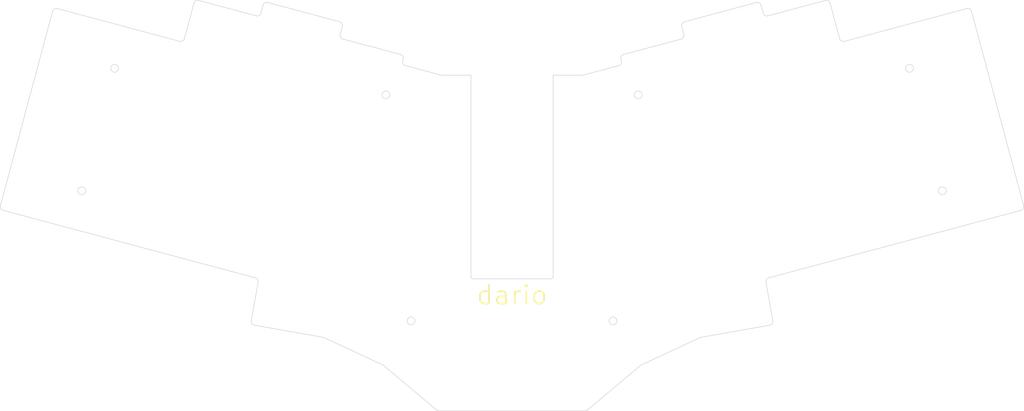
<source format=kicad_pcb>
(kicad_pcb (version 20211014) (generator pcbnew)

  (general
    (thickness 1.6)
  )

  (paper "A3")
  (title_block
    (title "bottom_plate")
    (rev "v1.0.0")
    (company "Unknown")
  )

  (layers
    (0 "F.Cu" signal)
    (31 "B.Cu" signal)
    (32 "B.Adhes" user "B.Adhesive")
    (33 "F.Adhes" user "F.Adhesive")
    (34 "B.Paste" user)
    (35 "F.Paste" user)
    (36 "B.SilkS" user "B.Silkscreen")
    (37 "F.SilkS" user "F.Silkscreen")
    (38 "B.Mask" user)
    (39 "F.Mask" user)
    (40 "Dwgs.User" user "User.Drawings")
    (41 "Cmts.User" user "User.Comments")
    (42 "Eco1.User" user "User.Eco1")
    (43 "Eco2.User" user "User.Eco2")
    (44 "Edge.Cuts" user)
    (45 "Margin" user)
    (46 "B.CrtYd" user "B.Courtyard")
    (47 "F.CrtYd" user "F.Courtyard")
    (48 "B.Fab" user)
    (49 "F.Fab" user)
  )

  (setup
    (pad_to_mask_clearance 0.05)
    (pcbplotparams
      (layerselection 0x00010fc_ffffffff)
      (disableapertmacros false)
      (usegerberextensions false)
      (usegerberattributes true)
      (usegerberadvancedattributes true)
      (creategerberjobfile true)
      (svguseinch false)
      (svgprecision 6)
      (excludeedgelayer true)
      (plotframeref false)
      (viasonmask false)
      (mode 1)
      (useauxorigin false)
      (hpglpennumber 1)
      (hpglpenspeed 20)
      (hpglpendiameter 15.000000)
      (dxfpolygonmode true)
      (dxfimperialunits true)
      (dxfusepcbnewfont true)
      (psnegative false)
      (psa4output false)
      (plotreference true)
      (plotvalue true)
      (plotinvisibletext false)
      (sketchpadsonfab false)
      (subtractmaskfromsilk false)
      (outputformat 1)
      (mirror false)
      (drillshape 1)
      (scaleselection 1)
      (outputdirectory "")
    )
  )

  (net 0 "")

  (gr_line (start 249.534895 197.033474) (end 265.220894 189.718972) (layer "Edge.Cuts") (width 0.15) (tstamp 0232d191-0a7f-41eb-8276-a4694f6e6555))
  (gr_arc (start 282.867468 174.844766) (mid 283.008884 174.133818) (end 283.593457 173.705192) (layer "Edge.Cuts") (width 0.15) (tstamp 055eb27b-26b2-4a39-98b2-65981ac69892))
  (gr_arc (start 235.062436 209.132828) (mid 234.744862 209.312424) (end 234.384 209.366148) (layer "Edge.Cuts") (width 0.15) (tstamp 06739f92-f288-4f8e-8239-9fc7f571edcc))
  (gr_line (start 281.554944 100.59151) (end 282.137287 102.764843) (layer "Edge.Cuts") (width 0.15) (tstamp 07559339-cc2d-432c-9fc2-be8682188f8f))
  (gr_arc (start 280.3302 99.884404) (mid 281.089018 99.984304) (end 281.554944 100.59151) (layer "Edge.Cuts") (width 0.15) (tstamp 08f81f5a-d3a5-4b09-b22c-0003a7c6d880))
  (gr_line (start 180.453274 197.173737) (end 194.705564 209.132828) (layer "Edge.Cuts") (width 0.15) (tstamp 09f47fd5-1296-4155-89b4-1dc193512871))
  (gr_line (start 283.362032 103.471949) (end 298.816845 99.330845) (layer "Edge.Cuts") (width 0.15) (tstamp 0e516d81-eab2-4cde-ba06-2d427fa99ca0))
  (gr_line (start 337.894867 102.214983) (end 351.871095 154.374978) (layer "Edge.Cuts") (width 0.15) (tstamp 0fc39e11-d54f-4b8a-b4b6-b60e2b429eb3))
  (gr_line (start 233.895124 119.366522) (end 225.884 119.366522) (layer "Edge.Cuts") (width 0.15) (tstamp 10a32636-1828-43e9-b35a-c502b19a5d44))
  (gr_arc (start 169.588188 109.683607) (mid 168.980982 109.217681) (end 168.881081 108.458862) (layer "Edge.Cuts") (width 0.15) (tstamp 11de1e8e-6c92-4ae3-b9ca-333380aa6320))
  (gr_circle (center 330.093798 150.375063) (end 331.143798 150.375063) (layer "Edge.Cuts") (width 0.15) (fill none) (tstamp 211d31ef-1838-4fd1-8040-79e70a0aff26))
  (gr_line (start 195.384 209.366522) (end 234.384 209.366522) (layer "Edge.Cuts") (width 0.15) (tstamp 22fe68d3-1dc7-4d9c-a3d8-fdc5ed2c61f6))
  (gr_line (start 282.867468 174.844766) (end 284.699433 185.234354) (layer "Edge.Cuts") (width 0.15) (tstamp 2404df7b-abb8-482d-911a-461ccee2f05c))
  (gr_arc (start 180.233105 197.033474) (mid 180.347786 197.09639) (end 180.453274 197.173737) (layer "Edge.Cuts") (width 0.15) (tstamp 254ccae4-5516-444f-ba9d-c9f6a0838e05))
  (gr_arc (start 145.879727 186.39281) (mid 145.234223 185.981579) (end 145.068567 185.234354) (layer "Edge.Cuts") (width 0.15) (tstamp 2661fdbe-9410-44cb-9e0b-f189da8df29f))
  (gr_arc (start 78.604012 155.599723) (mid 77.996806 155.133797) (end 77.896905 154.374978) (layer "Edge.Cuts") (width 0.15) (tstamp 29947cca-7a68-45e0-b48a-b9a64d298467))
  (gr_arc (start 284.699433 185.234354) (mid 284.533777 185.981579) (end 283.888273 186.39281) (layer "Edge.Cuts") (width 0.15) (tstamp 2c54a5cf-bf4b-4f87-8df0-84488d135c1b))
  (gr_line (start 260.886919 108.458862) (end 260.304576 106.285528) (layer "Edge.Cuts") (width 0.15) (tstamp 3328c521-2a7a-4179-ac51-20d7e4f560f2))
  (gr_circle (center 248.667344 124.674039) (end 249.717344 124.674039) (layer "Edge.Cuts") (width 0.15) (fill none) (tstamp 3a1abdc6-b88a-412a-adba-b7258fe7890b))
  (gr_line (start 185.750108 115.049456) (end 185.607757 115.580715) (layer "Edge.Cuts") (width 0.15) (tstamp 3dcae341-228d-41ee-9251-22f8cdd276c8))
  (gr_line (start 203.884 119.366522) (end 203.884 173.466522) (layer "Edge.Cuts") (width 0.15) (tstamp 449c459b-0a8f-4dcf-b2bf-275619967ae6))
  (gr_arc (start 186.314864 116.80546) (mid 185.707658 116.339534) (end 185.607757 115.580715) (layer "Edge.Cuts") (width 0.15) (tstamp 479f9249-5336-4eaa-807a-b98ffb8b6a62))
  (gr_circle (center 99.674203 150.375063) (end 100.724203 150.375063) (layer "Edge.Cuts") (width 0.15) (fill none) (tstamp 481cc8c9-e191-409c-b1f2-dd9d84a8a67f))
  (gr_line (start 164.547106 189.718972) (end 180.233105 197.033474) (layer "Edge.Cuts") (width 0.15) (tstamp 49507c08-c5d6-451f-bd29-542c3b0c72d9))
  (gr_line (start 78.604012 155.599723) (end 146.174543 173.705192) (layer "Edge.Cuts") (width 0.15) (tstamp 4cf93571-2022-4aa0-b3dd-4eccdfb6f03c))
  (gr_arc (start 127.164101 109.600617) (mid 126.698175 110.207823) (end 125.939356 110.307724) (layer "Edge.Cuts") (width 0.15) (tstamp 511b874d-71b8-4e70-83b3-2e3286cbb7a7))
  (gr_circle (center 321.29395 117.533585) (end 322.34395 117.533585) (layer "Edge.Cuts") (width 0.15) (fill none) (tstamp 51c54f99-e0f2-42a8-b356-331495654cc2))
  (gr_line (start 145.068567 185.234354) (end 146.900532 174.844766) (layer "Edge.Cuts") (width 0.15) (tstamp 52c3fc1b-be5e-4162-afc6-14927ce6f304))
  (gr_line (start 130.951155 99.330845) (end 146.405968 103.471949) (layer "Edge.Cuts") (width 0.15) (tstamp 56c60cbc-aa2d-4174-b635-cc5cd3594b0d))
  (gr_line (start 303.828644 110.307724) (end 336.670122 101.507876) (layer "Edge.Cuts") (width 0.15) (tstamp 57e1a715-5203-4410-95c0-d043d37840df))
  (gr_arc (start 204.384 173.966522) (mid 204.030447 173.820075) (end 203.884 173.466522) (layer "Edge.Cuts") (width 0.15) (tstamp 5a01a446-4489-4589-ac5c-ec6003796597))
  (gr_line (start 195.384 209.366148) (end 195.384 209.366522) (layer "Edge.Cuts") (width 0.15) (tstamp 5b99bd4c-4001-414d-9164-c359b8f69e1e))
  (gr_arc (start 244.017892 115.049456) (mid 244.117793 114.290637) (end 244.724999 113.824711) (layer "Edge.Cuts") (width 0.15) (tstamp 5bc01d06-55d9-436b-8eee-2dbc13a03fdb))
  (gr_line (start 235.062436 209.132828) (end 249.314726 197.173737) (layer "Edge.Cuts") (width 0.15) (tstamp 6ad7884e-25fa-4939-bf8a-527ca1d01d9e))
  (gr_line (start 145.879727 186.39281) (end 164.298136 189.640472) (layer "Edge.Cuts") (width 0.15) (tstamp 6bb5beaa-2ee1-45e4-896b-d4102dd95986))
  (gr_arc (start 283.362032 103.47195) (mid 282.603213 103.372049) (end 282.137287 102.764843) (layer "Edge.Cuts") (width 0.15) (tstamp 6f50e57f-1582-4040-a0cc-0213a7148705))
  (gr_circle (center 181.100656 124.674039) (end 182.150656 124.674039) (layer "Edge.Cuts") (width 0.15) (fill none) (tstamp 6f6adf57-843c-42ef-86f4-e477a4d311c6))
  (gr_line (start 127.164101 109.600617) (end 129.72641 100.037952) (layer "Edge.Cuts") (width 0.15) (tstamp 7127d010-dae1-402c-9d97-b7f9d2e22b83))
  (gr_line (start 186.314864 116.80546) (end 195.872876 119.366522) (layer "Edge.Cuts") (width 0.15) (tstamp 7378f3bc-ac18-4649-bcf5-72486761b061))
  (gr_arc (start 168.756317 105.060783) (mid 169.363523 105.526709) (end 169.463424 106.285528) (layer "Edge.Cuts") (width 0.15) (tstamp 78d1ee26-9444-40e8-965b-464b47857e28))
  (gr_line (start 261.011683 105.060784) (end 280.3302 99.884403) (layer "Edge.Cuts") (width 0.15) (tstamp 7ba46de1-10ac-497a-bc71-467daa52d69c))
  (gr_line (start 77.896905 154.374978) (end 91.873133 102.214983) (layer "Edge.Cuts") (width 0.15) (tstamp 83bed4f6-f200-4688-b903-73509cdb8d65))
  (gr_arc (start 148.213055 100.59151) (mid 148.678981 99.984304) (end 149.4378 99.884403) (layer "Edge.Cuts") (width 0.15) (tstamp 84b01be1-3aaf-4b29-b2fc-523a41373ce5))
  (gr_arc (start 225.884 173.466522) (mid 225.737553 173.820075) (end 225.384 173.966522) (layer "Edge.Cuts") (width 0.15) (tstamp 869edf21-0094-4d3d-a21e-6f656d81387b))
  (gr_arc (start 146.174543 173.705192) (mid 146.759115 174.133818) (end 146.900532 174.844766) (layer "Edge.Cuts") (width 0.15) (tstamp 8c9074ae-2008-4694-bc75-7b8080c4db03))
  (gr_line (start 169.588188 109.683607) (end 185.043001 113.824711) (layer "Edge.Cuts") (width 0.15) (tstamp 8d012d7d-77cc-4faf-8aed-8228a32fcfbf))
  (gr_line (start 283.593457 173.705192) (end 351.163988 155.599723) (layer "Edge.Cuts") (width 0.15) (tstamp 90afd2ea-debc-42fd-b8df-91cd193e5653))
  (gr_arc (start 185.043001 113.824711) (mid 185.650207 114.290637) (end 185.750108 115.049456) (layer "Edge.Cuts") (width 0.15) (tstamp 9373c69e-5380-41d3-a7ab-78fcc4aa57cd))
  (gr_arc (start 147.630712 102.764843) (mid 147.164786 103.372049) (end 146.405968 103.471949) (layer "Edge.Cuts") (width 0.15) (tstamp 95ed550a-64e7-4264-ad81-e441a95293dd))
  (gr_arc (start 336.670122 101.507876) (mid 337.428941 101.607777) (end 337.894867 102.214983) (layer "Edge.Cuts") (width 0.15) (tstamp 96277e3f-d6e9-4263-b10c-d41d9d1bb971))
  (gr_line (start 203.884 119.366522) (end 195.872876 119.366522) (layer "Edge.Cuts") (width 0.15) (tstamp 97843c80-3ef8-4786-817b-9e5e362245df))
  (gr_line (start 244.160243 115.580715) (end 244.017892 115.049456) (layer "Edge.Cuts") (width 0.15) (tstamp 9851cbba-267c-4c50-a4a0-ff9c6bc109ff))
  (gr_arc (start 260.886919 108.458862) (mid 260.787018 109.217681) (end 260.179812 109.683607) (layer "Edge.Cuts") (width 0.15) (tstamp 9b61514f-4d2d-47fd-9127-0aa00f8df44c))
  (gr_line (start 234.384 209.366522) (end 234.384 209.366148) (layer "Edge.Cuts") (width 0.15) (tstamp 9d528452-071c-4a37-aa96-5cd55a0a36e3))
  (gr_arc (start 298.816845 99.330845) (mid 299.575664 99.430746) (end 300.04159 100.037952) (layer "Edge.Cuts") (width 0.15) (tstamp a12383df-f2eb-49bb-b68f-a2835d080d7a))
  (gr_arc (start 260.304577 106.285528) (mid 260.404477 105.52671) (end 261.011683 105.060784) (layer "Edge.Cuts") (width 0.15) (tstamp ae5f1b12-e97c-40c7-b2f8-662a8e800eb0))
  (gr_arc (start 265.220894 189.718972) (mid 265.342806 189.671563) (end 265.469864 189.640472) (layer "Edge.Cuts") (width 0.15) (tstamp aecf566a-f36a-40c1-9e8e-edd762c86d42))
  (gr_line (start 149.4378 99.884403) (end 168.756317 105.060784) (layer "Edge.Cuts") (width 0.15) (tstamp af57f681-cfb3-4531-94ac-b8c7aaf2dc43))
  (gr_circle (center 108.47405 117.533585) (end 109.52405 117.533585) (layer "Edge.Cuts") (width 0.15) (fill none) (tstamp b1a3204a-16d4-43db-9d7a-00025f0b83d8))
  (gr_arc (start 303.828644 110.307724) (mid 303.069825 110.207823) (end 302.603899 109.600617) (layer "Edge.Cuts") (width 0.15) (tstamp b216d565-9f40-4a36-9266-3686c0a566c2))
  (gr_line (start 225.884 173.466522) (end 225.884 119.366522) (layer "Edge.Cuts") (width 0.15) (tstamp b8c55f0f-4821-4402-892d-a22f908a9420))
  (gr_line (start 93.097878 101.507876) (end 125.939356 110.307724) (layer "Edge.Cuts") (width 0.15) (tstamp bcab4345-c9cd-4322-a42d-faed6220062e))
  (gr_line (start 147.630713 102.764843) (end 148.213056 100.59151) (layer "Edge.Cuts") (width 0.15) (tstamp c008e6a4-538b-474c-8536-12626c2b2f25))
  (gr_arc (start 244.160243 115.580715) (mid 244.060342 116.339534) (end 243.453136 116.80546) (layer "Edge.Cuts") (width 0.15) (tstamp c48faab5-f207-48d2-9494-1b4fe9209784))
  (gr_circle (center 187.844475 185.23053) (end 188.894475 185.23053) (layer "Edge.Cuts") (width 0.15) (fill none) (tstamp cc5d51fc-9b6e-4737-b29c-d6a2c05badbf))
  (gr_line (start 233.895124 119.366522) (end 243.453136 116.80546) (layer "Edge.Cuts") (width 0.15) (tstamp d0c05512-fc2e-4ec8-8930-e1ade906ed08))
  (gr_arc (start 351.871095 154.374978) (mid 351.771194 155.133797) (end 351.163988 155.599723) (layer "Edge.Cuts") (width 0.15) (tstamp d3ff8a1f-7a3b-4d6b-8854-609b6cdc70f7))
  (gr_arc (start 195.384 209.366148) (mid 195.023138 209.312424) (end 194.705564 209.132828) (layer "Edge.Cuts") (width 0.15) (tstamp d7ab1d94-6f6d-4a4d-8ff5-176837e14a33))
  (gr_arc (start 91.873133 102.214983) (mid 92.339059 101.607777) (end 93.097878 101.507876) (layer "Edge.Cuts") (width 0.15) (tstamp d92fc3de-a6d4-45d4-9150-898b6a8bdabf))
  (gr_arc (start 129.72641 100.037952) (mid 130.192336 99.430746) (end 130.951155 99.330845) (layer "Edge.Cuts") (width 0.15) (tstamp d9e98ca1-6bbd-4e58-922b-974b2a135134))
  (gr_line (start 204.384 173.966522) (end 225.384 173.966522) (layer "Edge.Cuts") (width 0.15) (tstamp e468b575-9612-476a-9592-907dc69aa0b6))
  (gr_line (start 244.724999 113.824711) (end 260.179812 109.683607) (layer "Edge.Cuts") (width 0.15) (tstamp e6e1a515-1b4e-48c6-b7f5-19f09a1305ce))
  (gr_arc (start 164.298136 189.640472) (mid 164.425194 189.671563) (end 164.547106 189.718972) (layer "Edge.Cuts") (width 0.15) (tstamp edf3403c-3c95-4ced-b94b-1238f51672af))
  (gr_line (start 265.469864 189.640472) (end 283.888273 186.39281) (layer "Edge.Cuts") (width 0.15) (tstamp f55891c5-9949-47a6-aefd-2667ca181656))
  (gr_arc (start 249.314726 197.173737) (mid 249.420214 197.09639) (end 249.534895 197.033474) (layer "Edge.Cuts") (width 0.15) (tstamp f5633452-a702-45b6-843f-15a1d326d89a))
  (gr_line (start 169.463424 106.285528) (end 168.881081 108.458862) (layer "Edge.Cuts") (width 0.15) (tstamp f5c22a03-c8ad-4ede-8b31-85843f51abc2))
  (gr_line (start 300.04159 100.037952) (end 302.603899 109.600617) (layer "Edge.Cuts") (width 0.15) (tstamp f661feb6-3b13-4186-a54c-a0f84711c8a3))
  (gr_circle (center 241.923525 185.23053) (end 242.973525 185.23053) (layer "Edge.Cuts") (width 0.15) (fill none) (tstamp fbc97800-bf03-4542-b135-58432cfd2967))
  (gr_text "dario" (at 214.884 178.308) (layer "F.SilkS") (tstamp 6a4e68b2-8076-4637-bc63-2f90933a94a3)
    (effects (font (size 5 5) (thickness 0.45)))
  )

)

</source>
